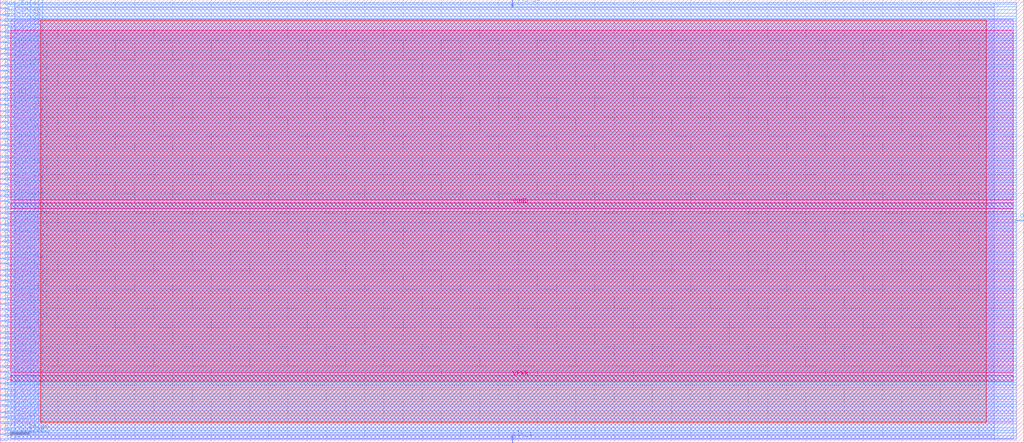
<source format=lef>
VERSION 5.7 ;
  NOWIREEXTENSIONATPIN ON ;
  DIVIDERCHAR "/" ;
  BUSBITCHARS "[]" ;
MACRO fd_ms
  CLASS BLOCK ;
  FOREIGN fd_ms ;
  ORIGIN 0.000 0.000 ;
  SIZE 533.600 BY 231.200 ;
  PIN bus_in[0]
    DIRECTION INPUT ;
    PORT
      LAYER met3 ;
        RECT 0.000 1.400 4.000 2.000 ;
    END
  END bus_in[0]
  PIN bus_in[10]
    DIRECTION INPUT ;
    PORT
      LAYER met3 ;
        RECT 0.000 60.560 4.000 61.160 ;
    END
  END bus_in[10]
  PIN bus_in[11]
    DIRECTION INPUT ;
    PORT
      LAYER met3 ;
        RECT 0.000 66.000 4.000 66.600 ;
    END
  END bus_in[11]
  PIN bus_in[12]
    DIRECTION INPUT ;
    PORT
      LAYER met3 ;
        RECT 0.000 72.120 4.000 72.720 ;
    END
  END bus_in[12]
  PIN bus_in[13]
    DIRECTION INPUT ;
    PORT
      LAYER met3 ;
        RECT 0.000 78.240 4.000 78.840 ;
    END
  END bus_in[13]
  PIN bus_in[14]
    DIRECTION INPUT ;
    PORT
      LAYER met3 ;
        RECT 0.000 84.360 4.000 84.960 ;
    END
  END bus_in[14]
  PIN bus_in[15]
    DIRECTION INPUT ;
    PORT
      LAYER met3 ;
        RECT 0.000 89.800 4.000 90.400 ;
    END
  END bus_in[15]
  PIN bus_in[16]
    DIRECTION INPUT ;
    PORT
      LAYER met3 ;
        RECT 0.000 95.920 4.000 96.520 ;
    END
  END bus_in[16]
  PIN bus_in[17]
    DIRECTION INPUT ;
    PORT
      LAYER met3 ;
        RECT 0.000 102.040 4.000 102.640 ;
    END
  END bus_in[17]
  PIN bus_in[18]
    DIRECTION INPUT ;
    PORT
      LAYER met3 ;
        RECT 0.000 107.480 4.000 108.080 ;
    END
  END bus_in[18]
  PIN bus_in[19]
    DIRECTION INPUT ;
    PORT
      LAYER met3 ;
        RECT 0.000 113.600 4.000 114.200 ;
    END
  END bus_in[19]
  PIN bus_in[1]
    DIRECTION INPUT ;
    PORT
      LAYER met3 ;
        RECT 0.000 6.840 4.000 7.440 ;
    END
  END bus_in[1]
  PIN bus_in[20]
    DIRECTION INPUT ;
    PORT
      LAYER met3 ;
        RECT 0.000 119.720 4.000 120.320 ;
    END
  END bus_in[20]
  PIN bus_in[21]
    DIRECTION INPUT ;
    PORT
      LAYER met3 ;
        RECT 0.000 125.840 4.000 126.440 ;
    END
  END bus_in[21]
  PIN bus_in[22]
    DIRECTION INPUT ;
    PORT
      LAYER met3 ;
        RECT 0.000 131.280 4.000 131.880 ;
    END
  END bus_in[22]
  PIN bus_in[23]
    DIRECTION INPUT ;
    PORT
      LAYER met3 ;
        RECT 0.000 137.400 4.000 138.000 ;
    END
  END bus_in[23]
  PIN bus_in[24]
    DIRECTION INPUT ;
    PORT
      LAYER met3 ;
        RECT 0.000 143.520 4.000 144.120 ;
    END
  END bus_in[24]
  PIN bus_in[25]
    DIRECTION INPUT ;
    PORT
      LAYER met3 ;
        RECT 0.000 148.960 4.000 149.560 ;
    END
  END bus_in[25]
  PIN bus_in[26]
    DIRECTION INPUT ;
    PORT
      LAYER met3 ;
        RECT 0.000 155.080 4.000 155.680 ;
    END
  END bus_in[26]
  PIN bus_in[27]
    DIRECTION INPUT ;
    PORT
      LAYER met3 ;
        RECT 0.000 161.200 4.000 161.800 ;
    END
  END bus_in[27]
  PIN bus_in[28]
    DIRECTION INPUT ;
    PORT
      LAYER met3 ;
        RECT 0.000 167.320 4.000 167.920 ;
    END
  END bus_in[28]
  PIN bus_in[29]
    DIRECTION INPUT ;
    PORT
      LAYER met3 ;
        RECT 0.000 172.760 4.000 173.360 ;
    END
  END bus_in[29]
  PIN bus_in[2]
    DIRECTION INPUT ;
    PORT
      LAYER met3 ;
        RECT 0.000 12.960 4.000 13.560 ;
    END
  END bus_in[2]
  PIN bus_in[30]
    DIRECTION INPUT ;
    PORT
      LAYER met3 ;
        RECT 0.000 178.880 4.000 179.480 ;
    END
  END bus_in[30]
  PIN bus_in[31]
    DIRECTION INPUT ;
    PORT
      LAYER met3 ;
        RECT 0.000 185.000 4.000 185.600 ;
    END
  END bus_in[31]
  PIN bus_in[32]
    DIRECTION INPUT ;
    PORT
      LAYER met3 ;
        RECT 0.000 190.440 4.000 191.040 ;
    END
  END bus_in[32]
  PIN bus_in[33]
    DIRECTION INPUT ;
    PORT
      LAYER met3 ;
        RECT 0.000 196.560 4.000 197.160 ;
    END
  END bus_in[33]
  PIN bus_in[34]
    DIRECTION INPUT ;
    PORT
      LAYER met3 ;
        RECT 0.000 202.680 4.000 203.280 ;
    END
  END bus_in[34]
  PIN bus_in[35]
    DIRECTION INPUT ;
    PORT
      LAYER met3 ;
        RECT 0.000 208.800 4.000 209.400 ;
    END
  END bus_in[35]
  PIN bus_in[36]
    DIRECTION INPUT ;
    PORT
      LAYER met3 ;
        RECT 0.000 211.520 4.000 212.120 ;
    END
  END bus_in[36]
  PIN bus_in[37]
    DIRECTION INPUT ;
    PORT
      LAYER met3 ;
        RECT 0.000 214.240 4.000 214.840 ;
    END
  END bus_in[37]
  PIN bus_in[38]
    DIRECTION INPUT ;
    PORT
      LAYER met3 ;
        RECT 0.000 217.640 4.000 218.240 ;
    END
  END bus_in[38]
  PIN bus_in[39]
    DIRECTION INPUT ;
    PORT
      LAYER met3 ;
        RECT 0.000 220.360 4.000 220.960 ;
    END
  END bus_in[39]
  PIN bus_in[3]
    DIRECTION INPUT ;
    PORT
      LAYER met3 ;
        RECT 0.000 19.080 4.000 19.680 ;
    END
  END bus_in[3]
  PIN bus_in[40]
    DIRECTION INPUT ;
    PORT
      LAYER met3 ;
        RECT 0.000 223.080 4.000 223.680 ;
    END
  END bus_in[40]
  PIN bus_in[41]
    DIRECTION INPUT ;
    PORT
      LAYER met3 ;
        RECT 0.000 226.480 4.000 227.080 ;
    END
  END bus_in[41]
  PIN bus_in[4]
    DIRECTION INPUT ;
    PORT
      LAYER met3 ;
        RECT 0.000 24.520 4.000 25.120 ;
    END
  END bus_in[4]
  PIN bus_in[5]
    DIRECTION INPUT ;
    PORT
      LAYER met3 ;
        RECT 0.000 30.640 4.000 31.240 ;
    END
  END bus_in[5]
  PIN bus_in[6]
    DIRECTION INPUT ;
    PORT
      LAYER met3 ;
        RECT 0.000 36.760 4.000 37.360 ;
    END
  END bus_in[6]
  PIN bus_in[7]
    DIRECTION INPUT ;
    PORT
      LAYER met3 ;
        RECT 0.000 42.880 4.000 43.480 ;
    END
  END bus_in[7]
  PIN bus_in[8]
    DIRECTION INPUT ;
    PORT
      LAYER met3 ;
        RECT 0.000 48.320 4.000 48.920 ;
    END
  END bus_in[8]
  PIN bus_in[9]
    DIRECTION INPUT ;
    PORT
      LAYER met3 ;
        RECT 0.000 54.440 4.000 55.040 ;
    END
  END bus_in[9]
  PIN bus_out[0]
    DIRECTION OUTPUT TRISTATE ;
    PORT
      LAYER met3 ;
        RECT 0.000 4.120 4.000 4.720 ;
    END
  END bus_out[0]
  PIN bus_out[10]
    DIRECTION OUTPUT TRISTATE ;
    PORT
      LAYER met3 ;
        RECT 0.000 63.280 4.000 63.880 ;
    END
  END bus_out[10]
  PIN bus_out[11]
    DIRECTION OUTPUT TRISTATE ;
    PORT
      LAYER met3 ;
        RECT 0.000 69.400 4.000 70.000 ;
    END
  END bus_out[11]
  PIN bus_out[12]
    DIRECTION OUTPUT TRISTATE ;
    PORT
      LAYER met3 ;
        RECT 0.000 74.840 4.000 75.440 ;
    END
  END bus_out[12]
  PIN bus_out[13]
    DIRECTION OUTPUT TRISTATE ;
    PORT
      LAYER met3 ;
        RECT 0.000 80.960 4.000 81.560 ;
    END
  END bus_out[13]
  PIN bus_out[14]
    DIRECTION OUTPUT TRISTATE ;
    PORT
      LAYER met3 ;
        RECT 0.000 87.080 4.000 87.680 ;
    END
  END bus_out[14]
  PIN bus_out[15]
    DIRECTION OUTPUT TRISTATE ;
    PORT
      LAYER met3 ;
        RECT 0.000 93.200 4.000 93.800 ;
    END
  END bus_out[15]
  PIN bus_out[16]
    DIRECTION OUTPUT TRISTATE ;
    PORT
      LAYER met3 ;
        RECT 0.000 98.640 4.000 99.240 ;
    END
  END bus_out[16]
  PIN bus_out[17]
    DIRECTION OUTPUT TRISTATE ;
    PORT
      LAYER met3 ;
        RECT 0.000 104.760 4.000 105.360 ;
    END
  END bus_out[17]
  PIN bus_out[18]
    DIRECTION OUTPUT TRISTATE ;
    PORT
      LAYER met3 ;
        RECT 0.000 110.880 4.000 111.480 ;
    END
  END bus_out[18]
  PIN bus_out[19]
    DIRECTION OUTPUT TRISTATE ;
    PORT
      LAYER met3 ;
        RECT 0.000 117.000 4.000 117.600 ;
    END
  END bus_out[19]
  PIN bus_out[1]
    DIRECTION OUTPUT TRISTATE ;
    PORT
      LAYER met3 ;
        RECT 0.000 10.240 4.000 10.840 ;
    END
  END bus_out[1]
  PIN bus_out[20]
    DIRECTION OUTPUT TRISTATE ;
    PORT
      LAYER met3 ;
        RECT 0.000 122.440 4.000 123.040 ;
    END
  END bus_out[20]
  PIN bus_out[21]
    DIRECTION OUTPUT TRISTATE ;
    PORT
      LAYER met3 ;
        RECT 0.000 128.560 4.000 129.160 ;
    END
  END bus_out[21]
  PIN bus_out[22]
    DIRECTION OUTPUT TRISTATE ;
    PORT
      LAYER met3 ;
        RECT 0.000 134.680 4.000 135.280 ;
    END
  END bus_out[22]
  PIN bus_out[23]
    DIRECTION OUTPUT TRISTATE ;
    PORT
      LAYER met3 ;
        RECT 0.000 140.120 4.000 140.720 ;
    END
  END bus_out[23]
  PIN bus_out[24]
    DIRECTION OUTPUT TRISTATE ;
    PORT
      LAYER met3 ;
        RECT 0.000 146.240 4.000 146.840 ;
    END
  END bus_out[24]
  PIN bus_out[25]
    DIRECTION OUTPUT TRISTATE ;
    PORT
      LAYER met3 ;
        RECT 0.000 152.360 4.000 152.960 ;
    END
  END bus_out[25]
  PIN bus_out[26]
    DIRECTION OUTPUT TRISTATE ;
    PORT
      LAYER met3 ;
        RECT 0.000 158.480 4.000 159.080 ;
    END
  END bus_out[26]
  PIN bus_out[27]
    DIRECTION OUTPUT TRISTATE ;
    PORT
      LAYER met3 ;
        RECT 0.000 163.920 4.000 164.520 ;
    END
  END bus_out[27]
  PIN bus_out[28]
    DIRECTION OUTPUT TRISTATE ;
    PORT
      LAYER met3 ;
        RECT 0.000 170.040 4.000 170.640 ;
    END
  END bus_out[28]
  PIN bus_out[29]
    DIRECTION OUTPUT TRISTATE ;
    PORT
      LAYER met3 ;
        RECT 0.000 176.160 4.000 176.760 ;
    END
  END bus_out[29]
  PIN bus_out[2]
    DIRECTION OUTPUT TRISTATE ;
    PORT
      LAYER met3 ;
        RECT 0.000 15.680 4.000 16.280 ;
    END
  END bus_out[2]
  PIN bus_out[30]
    DIRECTION OUTPUT TRISTATE ;
    PORT
      LAYER met3 ;
        RECT 0.000 181.600 4.000 182.200 ;
    END
  END bus_out[30]
  PIN bus_out[31]
    DIRECTION OUTPUT TRISTATE ;
    PORT
      LAYER met3 ;
        RECT 0.000 187.720 4.000 188.320 ;
    END
  END bus_out[31]
  PIN bus_out[32]
    DIRECTION OUTPUT TRISTATE ;
    PORT
      LAYER met3 ;
        RECT 0.000 193.840 4.000 194.440 ;
    END
  END bus_out[32]
  PIN bus_out[33]
    DIRECTION OUTPUT TRISTATE ;
    PORT
      LAYER met3 ;
        RECT 0.000 199.960 4.000 200.560 ;
    END
  END bus_out[33]
  PIN bus_out[34]
    DIRECTION OUTPUT TRISTATE ;
    PORT
      LAYER met3 ;
        RECT 0.000 205.400 4.000 206.000 ;
    END
  END bus_out[34]
  PIN bus_out[3]
    DIRECTION OUTPUT TRISTATE ;
    PORT
      LAYER met3 ;
        RECT 0.000 21.800 4.000 22.400 ;
    END
  END bus_out[3]
  PIN bus_out[4]
    DIRECTION OUTPUT TRISTATE ;
    PORT
      LAYER met3 ;
        RECT 0.000 27.920 4.000 28.520 ;
    END
  END bus_out[4]
  PIN bus_out[5]
    DIRECTION OUTPUT TRISTATE ;
    PORT
      LAYER met3 ;
        RECT 0.000 33.360 4.000 33.960 ;
    END
  END bus_out[5]
  PIN bus_out[6]
    DIRECTION OUTPUT TRISTATE ;
    PORT
      LAYER met3 ;
        RECT 0.000 39.480 4.000 40.080 ;
    END
  END bus_out[6]
  PIN bus_out[7]
    DIRECTION OUTPUT TRISTATE ;
    PORT
      LAYER met3 ;
        RECT 0.000 45.600 4.000 46.200 ;
    END
  END bus_out[7]
  PIN bus_out[8]
    DIRECTION OUTPUT TRISTATE ;
    PORT
      LAYER met3 ;
        RECT 0.000 51.720 4.000 52.320 ;
    END
  END bus_out[8]
  PIN bus_out[9]
    DIRECTION OUTPUT TRISTATE ;
    PORT
      LAYER met3 ;
        RECT 0.000 57.160 4.000 57.760 ;
    END
  END bus_out[9]
  PIN clk_i
    DIRECTION INPUT ;
    PORT
      LAYER met2 ;
        RECT 266.890 0.000 267.170 4.000 ;
    END
  END clk_i
  PIN out1_o
    DIRECTION OUTPUT TRISTATE ;
    PORT
      LAYER met3 ;
        RECT 0.000 229.200 4.000 229.800 ;
    END
  END out1_o
  PIN out2_o
    DIRECTION OUTPUT TRISTATE ;
    PORT
      LAYER met3 ;
        RECT 529.600 115.640 533.600 116.240 ;
    END
  END out2_o
  PIN rst_n_i
    DIRECTION INPUT ;
    PORT
      LAYER met2 ;
        RECT 266.890 227.200 267.170 231.200 ;
    END
  END rst_n_i
  PIN VPWR
    DIRECTION INPUT ;
    USE POWER ;
    PORT
      LAYER met5 ;
        RECT 5.520 32.180 528.080 35.180 ;
    END
  END VPWR
  PIN VGND
    DIRECTION INPUT ;
    USE GROUND ;
    PORT
      LAYER met5 ;
        RECT 5.520 122.180 528.080 125.180 ;
    END
  END VGND
  OBS
      LAYER li1 ;
        RECT 5.520 10.795 528.080 220.405 ;
      LAYER met1 ;
        RECT 5.520 2.080 528.080 220.960 ;
      LAYER met2 ;
        RECT 7.450 226.920 266.610 229.685 ;
        RECT 267.450 226.920 518.130 229.685 ;
        RECT 7.450 4.280 518.130 226.920 ;
        RECT 7.450 1.515 266.610 4.280 ;
        RECT 267.450 1.515 518.130 4.280 ;
      LAYER met3 ;
        RECT 4.400 228.800 529.600 229.665 ;
        RECT 4.000 227.480 529.600 228.800 ;
        RECT 4.400 226.080 529.600 227.480 ;
        RECT 4.000 224.080 529.600 226.080 ;
        RECT 4.400 222.680 529.600 224.080 ;
        RECT 4.000 221.360 529.600 222.680 ;
        RECT 4.400 219.960 529.600 221.360 ;
        RECT 4.000 218.640 529.600 219.960 ;
        RECT 4.400 217.240 529.600 218.640 ;
        RECT 4.000 215.240 529.600 217.240 ;
        RECT 4.400 213.840 529.600 215.240 ;
        RECT 4.000 212.520 529.600 213.840 ;
        RECT 4.400 211.120 529.600 212.520 ;
        RECT 4.000 209.800 529.600 211.120 ;
        RECT 4.400 208.400 529.600 209.800 ;
        RECT 4.000 206.400 529.600 208.400 ;
        RECT 4.400 205.000 529.600 206.400 ;
        RECT 4.000 203.680 529.600 205.000 ;
        RECT 4.400 202.280 529.600 203.680 ;
        RECT 4.000 200.960 529.600 202.280 ;
        RECT 4.400 199.560 529.600 200.960 ;
        RECT 4.000 197.560 529.600 199.560 ;
        RECT 4.400 196.160 529.600 197.560 ;
        RECT 4.000 194.840 529.600 196.160 ;
        RECT 4.400 193.440 529.600 194.840 ;
        RECT 4.000 191.440 529.600 193.440 ;
        RECT 4.400 190.040 529.600 191.440 ;
        RECT 4.000 188.720 529.600 190.040 ;
        RECT 4.400 187.320 529.600 188.720 ;
        RECT 4.000 186.000 529.600 187.320 ;
        RECT 4.400 184.600 529.600 186.000 ;
        RECT 4.000 182.600 529.600 184.600 ;
        RECT 4.400 181.200 529.600 182.600 ;
        RECT 4.000 179.880 529.600 181.200 ;
        RECT 4.400 178.480 529.600 179.880 ;
        RECT 4.000 177.160 529.600 178.480 ;
        RECT 4.400 175.760 529.600 177.160 ;
        RECT 4.000 173.760 529.600 175.760 ;
        RECT 4.400 172.360 529.600 173.760 ;
        RECT 4.000 171.040 529.600 172.360 ;
        RECT 4.400 169.640 529.600 171.040 ;
        RECT 4.000 168.320 529.600 169.640 ;
        RECT 4.400 166.920 529.600 168.320 ;
        RECT 4.000 164.920 529.600 166.920 ;
        RECT 4.400 163.520 529.600 164.920 ;
        RECT 4.000 162.200 529.600 163.520 ;
        RECT 4.400 160.800 529.600 162.200 ;
        RECT 4.000 159.480 529.600 160.800 ;
        RECT 4.400 158.080 529.600 159.480 ;
        RECT 4.000 156.080 529.600 158.080 ;
        RECT 4.400 154.680 529.600 156.080 ;
        RECT 4.000 153.360 529.600 154.680 ;
        RECT 4.400 151.960 529.600 153.360 ;
        RECT 4.000 149.960 529.600 151.960 ;
        RECT 4.400 148.560 529.600 149.960 ;
        RECT 4.000 147.240 529.600 148.560 ;
        RECT 4.400 145.840 529.600 147.240 ;
        RECT 4.000 144.520 529.600 145.840 ;
        RECT 4.400 143.120 529.600 144.520 ;
        RECT 4.000 141.120 529.600 143.120 ;
        RECT 4.400 139.720 529.600 141.120 ;
        RECT 4.000 138.400 529.600 139.720 ;
        RECT 4.400 137.000 529.600 138.400 ;
        RECT 4.000 135.680 529.600 137.000 ;
        RECT 4.400 134.280 529.600 135.680 ;
        RECT 4.000 132.280 529.600 134.280 ;
        RECT 4.400 130.880 529.600 132.280 ;
        RECT 4.000 129.560 529.600 130.880 ;
        RECT 4.400 128.160 529.600 129.560 ;
        RECT 4.000 126.840 529.600 128.160 ;
        RECT 4.400 125.440 529.600 126.840 ;
        RECT 4.000 123.440 529.600 125.440 ;
        RECT 4.400 122.040 529.600 123.440 ;
        RECT 4.000 120.720 529.600 122.040 ;
        RECT 4.400 119.320 529.600 120.720 ;
        RECT 4.000 118.000 529.600 119.320 ;
        RECT 4.400 116.640 529.600 118.000 ;
        RECT 4.400 116.600 529.200 116.640 ;
        RECT 4.000 115.240 529.200 116.600 ;
        RECT 4.000 114.600 529.600 115.240 ;
        RECT 4.400 113.200 529.600 114.600 ;
        RECT 4.000 111.880 529.600 113.200 ;
        RECT 4.400 110.480 529.600 111.880 ;
        RECT 4.000 108.480 529.600 110.480 ;
        RECT 4.400 107.080 529.600 108.480 ;
        RECT 4.000 105.760 529.600 107.080 ;
        RECT 4.400 104.360 529.600 105.760 ;
        RECT 4.000 103.040 529.600 104.360 ;
        RECT 4.400 101.640 529.600 103.040 ;
        RECT 4.000 99.640 529.600 101.640 ;
        RECT 4.400 98.240 529.600 99.640 ;
        RECT 4.000 96.920 529.600 98.240 ;
        RECT 4.400 95.520 529.600 96.920 ;
        RECT 4.000 94.200 529.600 95.520 ;
        RECT 4.400 92.800 529.600 94.200 ;
        RECT 4.000 90.800 529.600 92.800 ;
        RECT 4.400 89.400 529.600 90.800 ;
        RECT 4.000 88.080 529.600 89.400 ;
        RECT 4.400 86.680 529.600 88.080 ;
        RECT 4.000 85.360 529.600 86.680 ;
        RECT 4.400 83.960 529.600 85.360 ;
        RECT 4.000 81.960 529.600 83.960 ;
        RECT 4.400 80.560 529.600 81.960 ;
        RECT 4.000 79.240 529.600 80.560 ;
        RECT 4.400 77.840 529.600 79.240 ;
        RECT 4.000 75.840 529.600 77.840 ;
        RECT 4.400 74.440 529.600 75.840 ;
        RECT 4.000 73.120 529.600 74.440 ;
        RECT 4.400 71.720 529.600 73.120 ;
        RECT 4.000 70.400 529.600 71.720 ;
        RECT 4.400 69.000 529.600 70.400 ;
        RECT 4.000 67.000 529.600 69.000 ;
        RECT 4.400 65.600 529.600 67.000 ;
        RECT 4.000 64.280 529.600 65.600 ;
        RECT 4.400 62.880 529.600 64.280 ;
        RECT 4.000 61.560 529.600 62.880 ;
        RECT 4.400 60.160 529.600 61.560 ;
        RECT 4.000 58.160 529.600 60.160 ;
        RECT 4.400 56.760 529.600 58.160 ;
        RECT 4.000 55.440 529.600 56.760 ;
        RECT 4.400 54.040 529.600 55.440 ;
        RECT 4.000 52.720 529.600 54.040 ;
        RECT 4.400 51.320 529.600 52.720 ;
        RECT 4.000 49.320 529.600 51.320 ;
        RECT 4.400 47.920 529.600 49.320 ;
        RECT 4.000 46.600 529.600 47.920 ;
        RECT 4.400 45.200 529.600 46.600 ;
        RECT 4.000 43.880 529.600 45.200 ;
        RECT 4.400 42.480 529.600 43.880 ;
        RECT 4.000 40.480 529.600 42.480 ;
        RECT 4.400 39.080 529.600 40.480 ;
        RECT 4.000 37.760 529.600 39.080 ;
        RECT 4.400 36.360 529.600 37.760 ;
        RECT 4.000 34.360 529.600 36.360 ;
        RECT 4.400 32.960 529.600 34.360 ;
        RECT 4.000 31.640 529.600 32.960 ;
        RECT 4.400 30.240 529.600 31.640 ;
        RECT 4.000 28.920 529.600 30.240 ;
        RECT 4.400 27.520 529.600 28.920 ;
        RECT 4.000 25.520 529.600 27.520 ;
        RECT 4.400 24.120 529.600 25.520 ;
        RECT 4.000 22.800 529.600 24.120 ;
        RECT 4.400 21.400 529.600 22.800 ;
        RECT 4.000 20.080 529.600 21.400 ;
        RECT 4.400 18.680 529.600 20.080 ;
        RECT 4.000 16.680 529.600 18.680 ;
        RECT 4.400 15.280 529.600 16.680 ;
        RECT 4.000 13.960 529.600 15.280 ;
        RECT 4.400 12.560 529.600 13.960 ;
        RECT 4.000 11.240 529.600 12.560 ;
        RECT 4.400 9.840 529.600 11.240 ;
        RECT 4.000 7.840 529.600 9.840 ;
        RECT 4.400 6.440 529.600 7.840 ;
        RECT 4.000 5.120 529.600 6.440 ;
        RECT 4.400 3.720 529.600 5.120 ;
        RECT 4.000 2.400 529.600 3.720 ;
        RECT 4.400 1.535 529.600 2.400 ;
      LAYER met4 ;
        RECT 21.040 10.640 513.985 220.560 ;
      LAYER met5 ;
        RECT 5.520 126.780 528.080 215.190 ;
        RECT 5.520 36.780 528.080 120.580 ;
  END
END fd_ms
END LIBRARY


</source>
